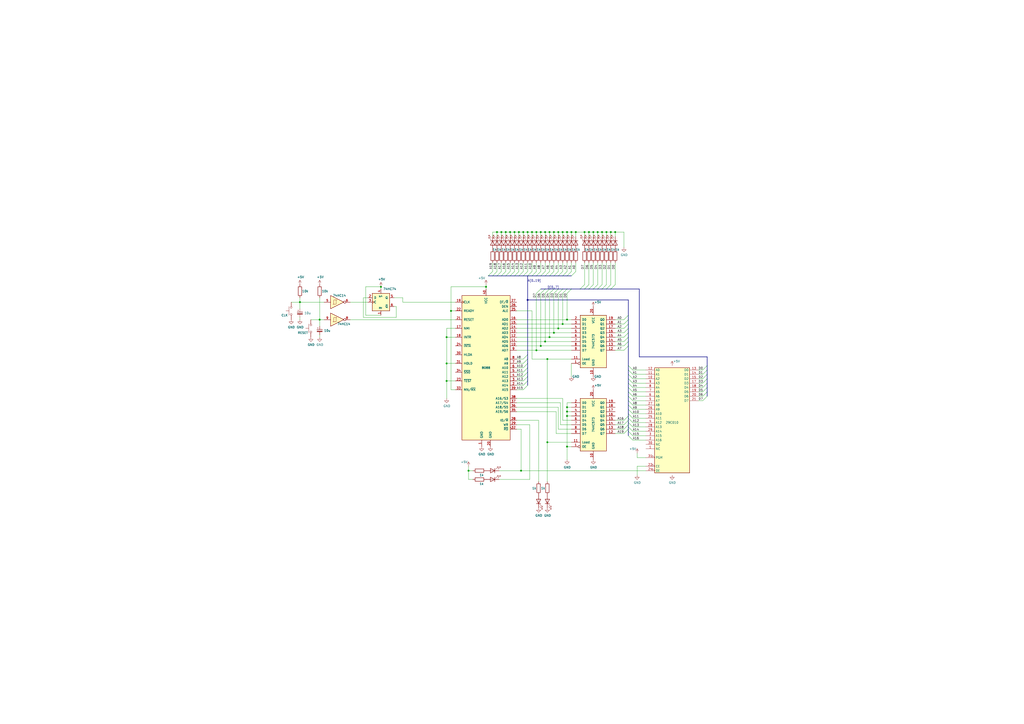
<source format=kicad_sch>
(kicad_sch (version 20211123) (generator eeschema)
  (paper "A2")
  (lib_symbols
    (symbol "74xx:74HC14" (pin_names (offset 1.016))
      (property "Reference" "U" (at 0 1.27 0))
      (property "Value" "74HC14" (at 0 -1.27 0))
      (symbol "74HC14_1_0"
        (pin input line (at -7.62 0 0) (length 3.81) (name "~") (number "1"))
        (pin output inverted (at 7.62 0 180) (length 3.81) (name "~") (number "2"))
      )
      (symbol "74HC14_2_0"
        (pin input line (at -7.62 0 0) (length 3.81) (name "~") (number "3"))
        (pin output inverted (at 7.62 0 180) (length 3.81) (name "~") (number "4"))
      )
      (symbol "74HC14_3_0"
        (pin input line (at -7.62 0 0) (length 3.81) (name "~") (number "5"))
        (pin output inverted (at 7.62 0 180) (length 3.81) (name "~") (number "6"))
      )
      (symbol "74HC14_4_0"
        (pin output inverted (at 7.62 0 180) (length 3.81) (name "~") (number "8"))
        (pin input line (at -7.62 0 0) (length 3.81) (name "~") (number "9"))
      )
      (symbol "74HC14_5_0"
        (pin output inverted (at 7.62 0 180) (length 3.81) (name "~") (number "10"))
        (pin input line (at -7.62 0 0) (length 3.81) (name "~") (number "11"))
      )
      (symbol "74HC14_6_0"
        (pin output inverted (at 7.62 0 180) (length 3.81) (name "~") (number "12"))
        (pin input line (at -7.62 0 0) (length 3.81) (name "~") (number "13"))
      )
      (symbol "74HC14_7_0"
        (pin power_in line (at 0 12.7 270) (length 5.08) (name "VCC") (number "14"))
        (pin power_in line (at 0 -12.7 90) (length 5.08) (name "GND") (number "7"))
      )
    )
    (symbol "74xx:74HC74" (pin_names (offset 1.016))
      (property "Reference" "U" (at -7.62 8.89 0))
      (property "Value" "74HC74" (at -7.62 -8.89 0))
      (symbol "74HC74_1_0"
        (pin input line (at 0 -7.62 90) (length 2.54) (name "~{R}") (number "1"))
        (pin input line (at -7.62 2.54 0) (length 2.54) (name "D") (number "2"))
        (pin input clock (at -7.62 0 0) (length 2.54) (name "C") (number "3"))
        (pin input line (at 0 7.62 270) (length 2.54) (name "~{S}") (number "4"))
        (pin output line (at 7.62 2.54 180) (length 2.54) (name "Q") (number "5"))
        (pin output line (at 7.62 -2.54 180) (length 2.54) (name "~{Q}") (number "6"))
      )
      (symbol "74HC74_2_0"
        (pin input line (at 0 7.62 270) (length 2.54) (name "~{S}") (number "10"))
        (pin input clock (at -7.62 0 0) (length 2.54) (name "C") (number "11"))
        (pin input line (at -7.62 2.54 0) (length 2.54) (name "D") (number "12"))
        (pin input line (at 0 -7.62 90) (length 2.54) (name "~{R}") (number "13"))
        (pin output line (at 7.62 -2.54 180) (length 2.54) (name "~{Q}") (number "8"))
        (pin output line (at 7.62 2.54 180) (length 2.54) (name "Q") (number "9"))
      )
      (symbol "74HC74_3_0"
        (pin power_in line (at 0 10.16 270) (length 2.54) (name "VCC") (number "14"))
        (pin power_in line (at 0 -10.16 90) (length 2.54) (name "GND") (number "7"))
      )
    )
    (symbol "74xx:74LS573" (pin_names (offset 1.016))
      (property "Reference" "U" (at -7.62 16.51 0))
      (property "Value" "74LS573" (at -7.62 -16.51 0))
      (symbol "74LS573_1_0"
        (pin input inverted (at -12.7 -12.7 0) (length 5.08) (name "OE") (number "1"))
        (pin power_in line (at 0 -20.32 90) (length 5.08) (name "GND") (number "10"))
        (pin input line (at -12.7 -10.16 0) (length 5.08) (name "Load") (number "11"))
        (pin tri_state line (at 12.7 -5.08 180) (length 5.08) (name "Q7") (number "12"))
        (pin tri_state line (at 12.7 -2.54 180) (length 5.08) (name "Q6") (number "13"))
        (pin tri_state line (at 12.7 0 180) (length 5.08) (name "Q5") (number "14"))
        (pin tri_state line (at 12.7 2.54 180) (length 5.08) (name "Q4") (number "15"))
        (pin tri_state line (at 12.7 5.08 180) (length 5.08) (name "Q3") (number "16"))
        (pin tri_state line (at 12.7 7.62 180) (length 5.08) (name "Q2") (number "17"))
        (pin tri_state line (at 12.7 10.16 180) (length 5.08) (name "Q1") (number "18"))
        (pin tri_state line (at 12.7 12.7 180) (length 5.08) (name "Q0") (number "19"))
        (pin input line (at -12.7 12.7 0) (length 5.08) (name "D0") (number "2"))
        (pin power_in line (at 0 20.32 270) (length 5.08) (name "VCC") (number "20"))
        (pin input line (at -12.7 10.16 0) (length 5.08) (name "D1") (number "3"))
        (pin input line (at -12.7 7.62 0) (length 5.08) (name "D2") (number "4"))
        (pin input line (at -12.7 5.08 0) (length 5.08) (name "D3") (number "5"))
        (pin input line (at -12.7 2.54 0) (length 5.08) (name "D4") (number "6"))
        (pin input line (at -12.7 0 0) (length 5.08) (name "D5") (number "7"))
        (pin input line (at -12.7 -2.54 0) (length 5.08) (name "D6") (number "8"))
        (pin input line (at -12.7 -5.08 0) (length 5.08) (name "D7") (number "9"))
      )
    )
    (symbol "Device:C_Polarized_Small" (pin_numbers hide) (pin_names (offset 0.254) hide)
      (property "Reference" "C" (at 0.254 1.778 0))
      (property "Value" "C_Polarized_Small" (at 0.254 -2.032 0))
      (symbol "C_Polarized_Small_1_1"
        (pin passive line (at 0 2.54 270) (length 1.8542) (name "~") (number "1"))
        (pin passive line (at 0 -2.54 90) (length 1.8542) (name "~") (number "2"))
      )
    )
    (symbol "Device:LED" (pin_numbers hide) (pin_names (offset 1.016) hide)
      (property "Reference" "D" (at 0 2.54 0))
      (property "Value" "LED" (at 0 -2.54 0))
      (symbol "LED_1_1"
        (pin passive line (at -3.81 0 0) (length 2.54) (name "K") (number "1"))
        (pin passive line (at 3.81 0 180) (length 2.54) (name "A") (number "2"))
      )
    )
    (symbol "Device:R" (pin_numbers hide) (pin_names (offset 0))
      (property "Reference" "R" (at 2.032 0 90))
      (property "Value" "R" (at 0 0 90))
      (symbol "R_1_1"
        (pin passive line (at 0 3.81 270) (length 1.27) (name "~") (number "1"))
        (pin passive line (at 0 -3.81 90) (length 1.27) (name "~") (number "2"))
      )
    )
    (symbol "MCU_Intel:8088_Min_Mode" (pin_names (offset 1.016))
      (property "Reference" "U" (at -12.7 43.18 0))
      (property "Value" "8088_Min_Mode" (at 10.16 43.18 0))
      (symbol "8088_Min_Mode_1_1"
        (pin power_in line (at -2.54 -45.72 90) (length 3.81) (name "GND") (number "1"))
        (pin bidirectional line (at 17.78 12.7 180) (length 3.81) (name "AD6") (number "10"))
        (pin bidirectional line (at 17.78 15.24 180) (length 3.81) (name "AD5") (number "11"))
        (pin bidirectional line (at 17.78 17.78 180) (length 3.81) (name "AD4") (number "12"))
        (pin bidirectional line (at 17.78 20.32 180) (length 3.81) (name "AD3") (number "13"))
        (pin bidirectional line (at 17.78 22.86 180) (length 3.81) (name "AD2") (number "14"))
        (pin bidirectional line (at 17.78 25.4 180) (length 3.81) (name "AD1") (number "15"))
        (pin bidirectional line (at 17.78 27.94 180) (length 3.81) (name "AD0") (number "16"))
        (pin input line (at -17.78 22.86 0) (length 3.81) (name "NMI") (number "17"))
        (pin input line (at -17.78 17.78 0) (length 3.81) (name "INTR") (number "18"))
        (pin input clock (at -17.78 38.1 0) (length 3.81) (name "CLK") (number "19"))
        (pin output line (at 17.78 -10.16 180) (length 3.81) (name "A14") (number "2"))
        (pin power_in line (at 2.54 -45.72 90) (length 3.81) (name "GND") (number "20"))
        (pin input line (at -17.78 27.94 0) (length 3.81) (name "RESET") (number "21"))
        (pin input line (at -17.78 33.02 0) (length 3.81) (name "READY") (number "22"))
        (pin input line (at -17.78 -7.62 0) (length 3.81) (name "~{TEST}") (number "23"))
        (pin output line (at -17.78 12.7 0) (length 3.81) (name "~{INTA}") (number "24"))
        (pin output line (at 17.78 33.02 180) (length 3.81) (name "ALE") (number "25"))
        (pin output line (at 17.78 35.56 180) (length 3.81) (name "DEN") (number "26"))
        (pin output line (at 17.78 38.1 180) (length 3.81) (name "DT/~{R}") (number "27"))
        (pin output line (at 17.78 -30.48 180) (length 3.81) (name "IO/~{M}") (number "28"))
        (pin output line (at 17.78 -33.02 180) (length 3.81) (name "WR") (number "29"))
        (pin output line (at 17.78 -7.62 180) (length 3.81) (name "A13") (number "3"))
        (pin output line (at -17.78 7.62 0) (length 3.81) (name "HLDA") (number "30"))
        (pin input line (at -17.78 2.54 0) (length 3.81) (name "HOLD") (number "31"))
        (pin output output_low (at 17.78 -35.56 180) (length 3.81) (name "~{RD}") (number "32"))
        (pin input line (at -17.78 -12.7 0) (length 3.81) (name "MN/~{MX}") (number "33"))
        (pin output line (at -17.78 -2.54 0) (length 3.81) (name "~{SSO}") (number "34"))
        (pin output line (at 17.78 -25.4 180) (length 3.81) (name "A19/S6") (number "35"))
        (pin output line (at 17.78 -22.86 180) (length 3.81) (name "A18/S5") (number "36"))
        (pin output line (at 17.78 -20.32 180) (length 3.81) (name "A17/S4") (number "37"))
        (pin output line (at 17.78 -17.78 180) (length 3.81) (name "A16/S3") (number "38"))
        (pin output line (at 17.78 -12.7 180) (length 3.81) (name "A15") (number "39"))
        (pin output line (at 17.78 -5.08 180) (length 3.81) (name "A12") (number "4"))
        (pin power_in line (at 0 45.72 270) (length 3.81) (name "VCC") (number "40"))
        (pin output line (at 17.78 -2.54 180) (length 3.81) (name "A11") (number "5"))
        (pin output line (at 17.78 0 180) (length 3.81) (name "A10") (number "6"))
        (pin output line (at 17.78 2.54 180) (length 3.81) (name "A9") (number "7"))
        (pin output line (at 17.78 5.08 180) (length 3.81) (name "A8") (number "8"))
        (pin bidirectional line (at 17.78 10.16 180) (length 3.81) (name "AD7") (number "9"))
      )
    )
    (symbol "Memory_Flash:SST39SF010"
      (property "Reference" "U" (at 2.54 33.02 0))
      (property "Value" "SST39SF010" (at 0 -30.48 0))
      (symbol "SST39SF010_0_0"
        (pin power_in line (at 0 -30.48 90) (length 1.27) hide (name "GND") (number "16"))
        (pin power_in line (at 0 33.02 270) (length 1.27) hide (name "VCC") (number "32"))
      )
      (symbol "SST39SF010_1_1"
        (pin input line (at -15.24 -15.24 0) (length 5.08) (name "NC") (number "1"))
        (pin input line (at -15.24 25.4 0) (length 5.08) (name "A2") (number "10"))
        (pin input line (at -15.24 27.94 0) (length 5.08) (name "A1") (number "11"))
        (pin input line (at -15.24 30.48 0) (length 5.08) (name "A0") (number "12"))
        (pin tri_state line (at 15.24 30.48 180) (length 5.08) (name "D0") (number "13"))
        (pin tri_state line (at 15.24 27.94 180) (length 5.08) (name "D1") (number "14"))
        (pin tri_state line (at 15.24 25.4 180) (length 5.08) (name "D2") (number "15"))
        (pin tri_state line (at 15.24 22.86 180) (length 5.08) (name "D3") (number "17"))
        (pin tri_state line (at 15.24 20.32 180) (length 5.08) (name "D4") (number "18"))
        (pin tri_state line (at 15.24 17.78 180) (length 5.08) (name "D5") (number "19"))
        (pin input line (at -15.24 -10.16 0) (length 5.08) (name "A16") (number "2"))
        (pin tri_state line (at 15.24 15.24 180) (length 5.08) (name "D6") (number "20"))
        (pin tri_state line (at 15.24 12.7 180) (length 5.08) (name "D7") (number "21"))
        (pin input input_low (at -15.24 -25.4 0) (length 5.08) (name "CE") (number "22"))
        (pin input line (at -15.24 5.08 0) (length 5.08) (name "A10") (number "23"))
        (pin input input_low (at -15.24 -27.94 0) (length 5.08) (name "OE") (number "24"))
        (pin input line (at -15.24 2.54 0) (length 5.08) (name "A11") (number "25"))
        (pin input line (at -15.24 7.62 0) (length 5.08) (name "A9") (number "26"))
        (pin input line (at -15.24 10.16 0) (length 5.08) (name "A8") (number "27"))
        (pin input line (at -15.24 -2.54 0) (length 5.08) (name "A13") (number "28"))
        (pin input line (at -15.24 -5.08 0) (length 5.08) (name "A14") (number "29"))
        (pin input line (at -15.24 -7.62 0) (length 5.08) (name "A15") (number "3"))
        (pin input line (at -15.24 -12.7 0) (length 5.08) (name "NC") (number "30"))
        (pin input input_low (at -15.24 -20.32 0) (length 5.08) (name "PGM") (number "31") (alternate "" input line))
        (pin input line (at -15.24 0 0) (length 5.08) (name "A12") (number "4"))
        (pin input line (at -15.24 12.7 0) (length 5.08) (name "A7") (number "5"))
        (pin input line (at -15.24 15.24 0) (length 5.08) (name "A6") (number "6"))
        (pin input line (at -15.24 17.78 0) (length 5.08) (name "A5") (number "7"))
        (pin input line (at -15.24 20.32 0) (length 5.08) (name "A4") (number "8"))
        (pin input line (at -15.24 22.86 0) (length 5.08) (name "A3") (number "9"))
      )
    )
    (symbol "Switch:SW_Push" (pin_numbers hide) (pin_names (offset 1.016) hide)
      (property "Reference" "SW" (at 1.27 2.54 0))
      (property "Value" "SW_Push" (at 0 -1.524 0))
      (symbol "SW_Push_0_1"
        (pin passive line (at -5.08 0 0) (length 2.54) (name "1") (number "1"))
        (pin passive line (at 5.08 0 180) (length 2.54) (name "2") (number "2"))
      )
    )
    (symbol "power:+5V" (power) (pin_names (offset 0))
      (property "Value" "+5V" (at 0 3.556 0))
      (symbol "+5V_1_1"
        (pin power_in line (at 0 0 90) (length 0) hide (name "+5V") (number "1"))
      )
    )
    (symbol "power:GND" (power) (pin_names (offset 0))
      (property "Value" "GND" (at 0 -3.81 0))
      (symbol "GND_1_1"
        (pin power_in line (at 0 0 270) (length 0) hide (name "GND") (number "1"))
      )
    )
  )
  (junction (at 261.62 180.34))
  (junction (at 334.01 134.62))
  (junction (at 344.17 134.62))
  (junction (at 298.45 134.62))
  (junction (at 321.31 193.04))
  (junction (at 326.39 187.96))
  (junction (at 259.08 210.82))
  (junction (at 328.93 241.3))
  (junction (at 346.71 134.62))
  (junction (at 288.29 134.62))
  (junction (at 349.25 134.62))
  (junction (at 328.93 134.62))
  (junction (at 326.39 134.62))
  (junction (at 306.07 134.62))
  (junction (at 328.93 238.76))
  (junction (at 341.63 134.62))
  (junction (at 311.15 134.62))
  (junction (at 259.08 220.98))
  (junction (at 306.07 173.99))
  (junction (at 300.99 134.62))
  (junction (at 317.5 256.54))
  (junction (at 259.08 195.58))
  (junction (at 303.53 134.62))
  (junction (at 290.83 134.62))
  (junction (at 308.61 134.62))
  (junction (at 271.78 273.05))
  (junction (at 323.85 190.5))
  (junction (at 281.94 166.37))
  (junction (at 311.15 203.2))
  (junction (at 302.26 273.05))
  (junction (at 321.31 134.62))
  (junction (at 351.79 134.62))
  (junction (at 316.23 198.12))
  (junction (at 318.77 134.62))
  (junction (at 328.93 236.22))
  (junction (at 295.91 134.62))
  (junction (at 318.77 195.58))
  (junction (at 316.23 134.62))
  (junction (at 328.93 185.42))
  (junction (at 185.42 185.42))
  (junction (at 317.5 208.28))
  (junction (at 293.37 134.62))
  (junction (at 331.47 134.62))
  (junction (at 313.69 200.66))
  (junction (at 328.93 259.08))
  (junction (at 356.87 134.62))
  (junction (at 313.69 134.62))
  (junction (at 220.98 166.37))
  (junction (at 354.33 134.62))
  (junction (at 173.99 175.26))
  (junction (at 339.09 134.62))
  (junction (at 323.85 134.62))
  (bus_entry (at 349.25 167.64) (size 2.54 -2.54))
  (bus_entry (at 346.71 167.64) (size 2.54 -2.54))
  (bus_entry (at 364.49 240.03) (size 2.54 2.54))
  (bus_entry (at 303.53 220.98) (size 2.54 -2.54))
  (bus_entry (at 339.09 167.64) (size 2.54 -2.54))
  (bus_entry (at 303.53 215.9) (size 2.54 -2.54))
  (bus_entry (at 361.95 193.04) (size 2.54 -2.54))
  (bus_entry (at 303.53 208.28) (size 2.54 -2.54))
  (bus_entry (at 285.75 160.02) (size 2.54 -2.54))
  (bus_entry (at 313.69 170.18) (size 2.54 -2.54))
  (bus_entry (at 331.47 160.02) (size 2.54 -2.54))
  (bus_entry (at 364.49 232.41) (size 2.54 2.54))
  (bus_entry (at 351.79 167.64) (size 2.54 -2.54))
  (bus_entry (at 407.67 217.17) (size 2.54 -2.54))
  (bus_entry (at 364.49 247.65) (size 2.54 2.54))
  (bus_entry (at 295.91 160.02) (size 2.54 -2.54))
  (bus_entry (at 303.53 160.02) (size 2.54 -2.54))
  (bus_entry (at 407.67 222.25) (size 2.54 -2.54))
  (bus_entry (at 364.49 212.09) (size 2.54 2.54))
  (bus_entry (at 311.15 160.02) (size 2.54 -2.54))
  (bus_entry (at 336.55 167.64) (size 2.54 -2.54))
  (bus_entry (at 364.49 214.63) (size 2.54 2.54))
  (bus_entry (at 313.69 160.02) (size 2.54 -2.54))
  (bus_entry (at 328.93 160.02) (size 2.54 -2.54))
  (bus_entry (at 303.53 210.82) (size 2.54 -2.54))
  (bus_entry (at 407.67 229.87) (size 2.54 -2.54))
  (bus_entry (at 364.49 237.49) (size 2.54 2.54))
  (bus_entry (at 364.49 242.57) (size 2.54 2.54))
  (bus_entry (at 303.53 226.06) (size 2.54 -2.54))
  (bus_entry (at 321.31 160.02) (size 2.54 -2.54))
  (bus_entry (at 361.95 203.2) (size 2.54 -2.54))
  (bus_entry (at 361.95 243.84) (size 2.54 -2.54))
  (bus_entry (at 361.95 187.96) (size 2.54 -2.54))
  (bus_entry (at 316.23 170.18) (size 2.54 -2.54))
  (bus_entry (at 308.61 160.02) (size 2.54 -2.54))
  (bus_entry (at 293.37 160.02) (size 2.54 -2.54))
  (bus_entry (at 361.95 195.58) (size 2.54 -2.54))
  (bus_entry (at 318.77 160.02) (size 2.54 -2.54))
  (bus_entry (at 321.31 170.18) (size 2.54 -2.54))
  (bus_entry (at 303.53 223.52) (size 2.54 -2.54))
  (bus_entry (at 364.49 222.25) (size 2.54 2.54))
  (bus_entry (at 361.95 251.46) (size 2.54 -2.54))
  (bus_entry (at 288.29 160.02) (size 2.54 -2.54))
  (bus_entry (at 361.95 248.92) (size 2.54 -2.54))
  (bus_entry (at 303.53 218.44) (size 2.54 -2.54))
  (bus_entry (at 364.49 234.95) (size 2.54 2.54))
  (bus_entry (at 361.95 198.12) (size 2.54 -2.54))
  (bus_entry (at 290.83 160.02) (size 2.54 -2.54))
  (bus_entry (at 316.23 160.02) (size 2.54 -2.54))
  (bus_entry (at 283.21 160.02) (size 2.54 -2.54))
  (bus_entry (at 318.77 170.18) (size 2.54 -2.54))
  (bus_entry (at 354.33 167.64) (size 2.54 -2.54))
  (bus_entry (at 364.49 252.73) (size 2.54 2.54))
  (bus_entry (at 328.93 170.18) (size 2.54 -2.54))
  (bus_entry (at 344.17 167.64) (size 2.54 -2.54))
  (bus_entry (at 364.49 219.71) (size 2.54 2.54))
  (bus_entry (at 364.49 250.19) (size 2.54 2.54))
  (bus_entry (at 407.67 224.79) (size 2.54 -2.54))
  (bus_entry (at 407.67 219.71) (size 2.54 -2.54))
  (bus_entry (at 323.85 170.18) (size 2.54 -2.54))
  (bus_entry (at 323.85 160.02) (size 2.54 -2.54))
  (bus_entry (at 341.63 167.64) (size 2.54 -2.54))
  (bus_entry (at 306.07 160.02) (size 2.54 -2.54))
  (bus_entry (at 303.53 213.36) (size 2.54 -2.54))
  (bus_entry (at 298.45 160.02) (size 2.54 -2.54))
  (bus_entry (at 326.39 160.02) (size 2.54 -2.54))
  (bus_entry (at 364.49 245.11) (size 2.54 2.54))
  (bus_entry (at 407.67 214.63) (size 2.54 -2.54))
  (bus_entry (at 407.67 232.41) (size 2.54 -2.54))
  (bus_entry (at 361.95 246.38) (size 2.54 -2.54))
  (bus_entry (at 407.67 227.33) (size 2.54 -2.54))
  (bus_entry (at 311.15 170.18) (size 2.54 -2.54))
  (bus_entry (at 364.49 217.17) (size 2.54 2.54))
  (bus_entry (at 361.95 200.66) (size 2.54 -2.54))
  (bus_entry (at 364.49 224.79) (size 2.54 2.54))
  (bus_entry (at 300.99 160.02) (size 2.54 -2.54))
  (bus_entry (at 361.95 190.5) (size 2.54 -2.54))
  (bus_entry (at 326.39 170.18) (size 2.54 -2.54))
  (bus_entry (at 361.95 185.42) (size 2.54 -2.54))
  (bus_entry (at 364.49 229.87) (size 2.54 2.54))
  (bus_entry (at 364.49 227.33) (size 2.54 2.54))
  (wire (pts (xy 367.03 214.63) (xy 374.65 214.63)))
  (wire (pts (xy 356.87 198.12) (xy 361.95 198.12)))
  (wire (pts (xy 313.69 157.48) (xy 313.69 152.4)))
  (wire (pts (xy 405.13 217.17) (xy 407.67 217.17)))
  (wire (pts (xy 313.69 137.16) (xy 313.69 134.62)))
  (bus (pts (xy 364.49 193.04) (xy 364.49 195.58)))
  (wire (pts (xy 328.93 170.18) (xy 328.93 185.42)))
  (wire (pts (xy 323.85 134.62) (xy 326.39 134.62)))
  (bus (pts (xy 326.39 167.64) (xy 328.93 167.64)))
  (bus (pts (xy 410.21 212.09) (xy 410.21 214.63)))
  (wire (pts (xy 318.77 152.4) (xy 318.77 157.48)))
  (wire (pts (xy 367.03 234.95) (xy 374.65 234.95)))
  (wire (pts (xy 326.39 187.96) (xy 331.47 187.96)))
  (wire (pts (xy 299.72 246.38) (xy 307.34 246.38)))
  (wire (pts (xy 264.16 220.98) (xy 259.08 220.98)))
  (wire (pts (xy 331.47 198.12) (xy 316.23 198.12)))
  (wire (pts (xy 288.29 134.62) (xy 290.83 134.62)))
  (wire (pts (xy 311.15 137.16) (xy 311.15 134.62)))
  (bus (pts (xy 364.49 243.84) (xy 364.49 245.11)))
  (bus (pts (xy 285.75 160.02) (xy 288.29 160.02)))
  (wire (pts (xy 271.78 273.05) (xy 274.32 273.05)))
  (bus (pts (xy 288.29 160.02) (xy 290.83 160.02)))
  (wire (pts (xy 185.42 194.31) (xy 185.42 195.58)))
  (wire (pts (xy 317.5 208.28) (xy 331.47 208.28)))
  (bus (pts (xy 313.69 160.02) (xy 316.23 160.02)))
  (wire (pts (xy 405.13 232.41) (xy 407.67 232.41)))
  (wire (pts (xy 233.68 172.72) (xy 228.6 172.72)))
  (wire (pts (xy 361.95 190.5) (xy 356.87 190.5)))
  (wire (pts (xy 187.96 175.26) (xy 173.99 175.26)))
  (wire (pts (xy 317.5 256.54) (xy 331.47 256.54)))
  (wire (pts (xy 281.94 166.37) (xy 281.94 167.64)))
  (bus (pts (xy 313.69 167.64) (xy 316.23 167.64)))
  (wire (pts (xy 323.85 137.16) (xy 323.85 134.62)))
  (bus (pts (xy 283.21 160.02) (xy 285.75 160.02)))
  (wire (pts (xy 203.2 175.26) (xy 213.36 175.26)))
  (bus (pts (xy 364.49 190.5) (xy 364.49 193.04)))
  (wire (pts (xy 317.5 256.54) (xy 317.5 279.4)))
  (wire (pts (xy 367.03 224.79) (xy 374.65 224.79)))
  (wire (pts (xy 173.99 184.15) (xy 173.99 185.42)))
  (wire (pts (xy 321.31 193.04) (xy 331.47 193.04)))
  (wire (pts (xy 331.47 233.68) (xy 328.93 233.68)))
  (wire (pts (xy 316.23 157.48) (xy 316.23 152.4)))
  (bus (pts (xy 298.45 160.02) (xy 300.99 160.02)))
  (wire (pts (xy 354.33 134.62) (xy 356.87 134.62)))
  (wire (pts (xy 323.85 236.22) (xy 323.85 248.92)))
  (wire (pts (xy 356.87 187.96) (xy 361.95 187.96)))
  (wire (pts (xy 210.82 184.15) (xy 229.87 184.15)))
  (wire (pts (xy 316.23 198.12) (xy 299.72 198.12)))
  (bus (pts (xy 364.49 217.17) (xy 364.49 219.71)))
  (bus (pts (xy 410.21 219.71) (xy 410.21 222.25)))
  (wire (pts (xy 285.75 157.48) (xy 285.75 152.4)))
  (wire (pts (xy 318.77 137.16) (xy 318.77 134.62)))
  (bus (pts (xy 344.17 167.64) (xy 346.71 167.64)))
  (bus (pts (xy 364.49 224.79) (xy 364.49 227.33)))
  (wire (pts (xy 303.53 210.82) (xy 299.72 210.82)))
  (wire (pts (xy 361.95 185.42) (xy 356.87 185.42)))
  (wire (pts (xy 212.09 166.37) (xy 220.98 166.37)))
  (wire (pts (xy 328.93 238.76) (xy 331.47 238.76)))
  (wire (pts (xy 299.72 248.92) (xy 302.26 248.92)))
  (bus (pts (xy 316.23 160.02) (xy 318.77 160.02)))
  (wire (pts (xy 339.09 134.62) (xy 334.01 134.62)))
  (bus (pts (xy 303.53 160.02) (xy 306.07 160.02)))
  (bus (pts (xy 328.93 167.64) (xy 331.47 167.64)))
  (bus (pts (xy 410.21 217.17) (xy 410.21 219.71)))
  (wire (pts (xy 356.87 165.1) (xy 356.87 152.4)))
  (bus (pts (xy 364.49 195.58) (xy 364.49 198.12)))
  (wire (pts (xy 173.99 175.26) (xy 173.99 179.07)))
  (wire (pts (xy 271.78 278.13) (xy 274.32 278.13)))
  (wire (pts (xy 339.09 134.62) (xy 341.63 134.62)))
  (bus (pts (xy 326.39 160.02) (xy 328.93 160.02)))
  (wire (pts (xy 341.63 152.4) (xy 341.63 165.1)))
  (bus (pts (xy 306.07 173.99) (xy 364.49 173.99)))
  (wire (pts (xy 331.47 185.42) (xy 328.93 185.42)))
  (wire (pts (xy 285.75 134.62) (xy 288.29 134.62)))
  (wire (pts (xy 308.61 180.34) (xy 308.61 208.28)))
  (wire (pts (xy 187.96 185.42) (xy 185.42 185.42)))
  (bus (pts (xy 364.49 250.19) (xy 364.49 252.73)))
  (wire (pts (xy 344.17 137.16) (xy 344.17 134.62)))
  (wire (pts (xy 367.03 252.73) (xy 374.65 252.73)))
  (wire (pts (xy 288.29 152.4) (xy 288.29 157.48)))
  (wire (pts (xy 356.87 203.2) (xy 361.95 203.2)))
  (wire (pts (xy 356.87 193.04) (xy 361.95 193.04)))
  (bus (pts (xy 336.55 167.64) (xy 339.09 167.64)))
  (bus (pts (xy 290.83 160.02) (xy 293.37 160.02)))
  (bus (pts (xy 306.07 205.74) (xy 306.07 208.28)))
  (bus (pts (xy 364.49 241.3) (xy 364.49 242.57)))
  (bus (pts (xy 339.09 167.64) (xy 341.63 167.64)))
  (wire (pts (xy 351.79 152.4) (xy 351.79 165.1)))
  (wire (pts (xy 326.39 170.18) (xy 326.39 187.96)))
  (wire (pts (xy 349.25 152.4) (xy 349.25 165.1)))
  (wire (pts (xy 367.03 219.71) (xy 374.65 219.71)))
  (wire (pts (xy 321.31 134.62) (xy 323.85 134.62)))
  (wire (pts (xy 303.53 157.48) (xy 303.53 152.4)))
  (wire (pts (xy 328.93 236.22) (xy 331.47 236.22)))
  (bus (pts (xy 364.49 234.95) (xy 364.49 237.49)))
  (bus (pts (xy 306.07 215.9) (xy 306.07 218.44)))
  (bus (pts (xy 293.37 160.02) (xy 295.91 160.02)))
  (wire (pts (xy 281.94 165.1) (xy 281.94 166.37)))
  (wire (pts (xy 326.39 231.14) (xy 326.39 243.84)))
  (wire (pts (xy 299.72 203.2) (xy 311.15 203.2)))
  (bus (pts (xy 311.15 160.02) (xy 313.69 160.02)))
  (wire (pts (xy 318.77 170.18) (xy 318.77 195.58)))
  (bus (pts (xy 351.79 167.64) (xy 354.33 167.64)))
  (bus (pts (xy 321.31 167.64) (xy 323.85 167.64)))
  (wire (pts (xy 261.62 226.06) (xy 261.62 180.34)))
  (bus (pts (xy 364.49 200.66) (xy 364.49 212.09)))
  (bus (pts (xy 370.84 167.64) (xy 370.84 207.01)))
  (wire (pts (xy 322.58 251.46) (xy 331.47 251.46)))
  (wire (pts (xy 271.78 273.05) (xy 271.78 278.13)))
  (wire (pts (xy 405.13 222.25) (xy 407.67 222.25)))
  (wire (pts (xy 271.78 270.51) (xy 271.78 273.05)))
  (wire (pts (xy 220.98 182.88) (xy 212.09 182.88)))
  (wire (pts (xy 369.57 262.89) (xy 369.57 265.43)))
  (wire (pts (xy 185.42 172.72) (xy 185.42 185.42)))
  (wire (pts (xy 351.79 137.16) (xy 351.79 134.62)))
  (wire (pts (xy 212.09 182.88) (xy 212.09 166.37)))
  (wire (pts (xy 293.37 134.62) (xy 295.91 134.62)))
  (bus (pts (xy 410.21 227.33) (xy 410.21 229.87)))
  (wire (pts (xy 299.72 218.44) (xy 303.53 218.44)))
  (wire (pts (xy 261.62 166.37) (xy 261.62 180.34)))
  (wire (pts (xy 356.87 248.92) (xy 361.95 248.92)))
  (bus (pts (xy 410.21 224.79) (xy 410.21 227.33)))
  (bus (pts (xy 323.85 160.02) (xy 326.39 160.02)))
  (bus (pts (xy 331.47 167.64) (xy 336.55 167.64)))
  (wire (pts (xy 334.01 157.48) (xy 334.01 152.4)))
  (wire (pts (xy 334.01 137.16) (xy 334.01 134.62)))
  (wire (pts (xy 299.72 200.66) (xy 313.69 200.66)))
  (bus (pts (xy 364.49 182.88) (xy 364.49 185.42)))
  (wire (pts (xy 220.98 166.37) (xy 220.98 167.64)))
  (wire (pts (xy 293.37 137.16) (xy 293.37 134.62)))
  (wire (pts (xy 328.93 241.3) (xy 328.93 259.08)))
  (wire (pts (xy 264.16 175.26) (xy 233.68 175.26)))
  (wire (pts (xy 367.03 237.49) (xy 374.65 237.49)))
  (wire (pts (xy 328.93 238.76) (xy 328.93 241.3)))
  (wire (pts (xy 349.25 137.16) (xy 349.25 134.62)))
  (wire (pts (xy 361.95 200.66) (xy 356.87 200.66)))
  (wire (pts (xy 295.91 137.16) (xy 295.91 134.62)))
  (wire (pts (xy 303.53 215.9) (xy 299.72 215.9)))
  (wire (pts (xy 349.25 134.62) (xy 351.79 134.62)))
  (wire (pts (xy 312.42 243.84) (xy 312.42 279.4)))
  (wire (pts (xy 316.23 170.18) (xy 316.23 198.12)))
  (wire (pts (xy 326.39 243.84) (xy 331.47 243.84)))
  (wire (pts (xy 325.12 246.38) (xy 331.47 246.38)))
  (bus (pts (xy 364.49 246.38) (xy 364.49 247.65)))
  (wire (pts (xy 259.08 195.58) (xy 259.08 210.82)))
  (wire (pts (xy 326.39 137.16) (xy 326.39 134.62)))
  (bus (pts (xy 364.49 248.92) (xy 364.49 250.19)))
  (wire (pts (xy 295.91 134.62) (xy 298.45 134.62)))
  (wire (pts (xy 331.47 210.82) (xy 331.47 218.44)))
  (wire (pts (xy 300.99 137.16) (xy 300.99 134.62)))
  (wire (pts (xy 210.82 172.72) (xy 210.82 184.15)))
  (bus (pts (xy 306.07 218.44) (xy 306.07 220.98)))
  (wire (pts (xy 313.69 134.62) (xy 316.23 134.62)))
  (wire (pts (xy 295.91 157.48) (xy 295.91 152.4)))
  (wire (pts (xy 173.99 172.72) (xy 173.99 175.26)))
  (wire (pts (xy 299.72 223.52) (xy 303.53 223.52)))
  (bus (pts (xy 306.07 210.82) (xy 306.07 213.36)))
  (wire (pts (xy 323.85 248.92) (xy 331.47 248.92)))
  (wire (pts (xy 173.99 175.26) (xy 168.91 175.26)))
  (wire (pts (xy 367.03 240.03) (xy 374.65 240.03)))
  (wire (pts (xy 308.61 157.48) (xy 308.61 152.4)))
  (wire (pts (xy 302.26 248.92) (xy 302.26 273.05)))
  (wire (pts (xy 323.85 157.48) (xy 323.85 152.4)))
  (wire (pts (xy 316.23 134.62) (xy 318.77 134.62)))
  (wire (pts (xy 210.82 172.72) (xy 213.36 172.72)))
  (wire (pts (xy 322.58 238.76) (xy 322.58 251.46)))
  (wire (pts (xy 293.37 157.48) (xy 293.37 152.4)))
  (wire (pts (xy 354.33 137.16) (xy 354.33 134.62)))
  (wire (pts (xy 313.69 200.66) (xy 331.47 200.66)))
  (wire (pts (xy 299.72 195.58) (xy 318.77 195.58)))
  (bus (pts (xy 306.07 173.99) (xy 306.07 205.74)))
  (wire (pts (xy 290.83 134.62) (xy 293.37 134.62)))
  (wire (pts (xy 299.72 187.96) (xy 326.39 187.96)))
  (wire (pts (xy 290.83 152.4) (xy 290.83 157.48)))
  (wire (pts (xy 308.61 134.62) (xy 311.15 134.62)))
  (wire (pts (xy 328.93 137.16) (xy 328.93 134.62)))
  (bus (pts (xy 306.07 160.02) (xy 306.07 173.99)))
  (wire (pts (xy 259.08 220.98) (xy 259.08 231.14)))
  (bus (pts (xy 300.99 160.02) (xy 303.53 160.02)))
  (wire (pts (xy 354.33 152.4) (xy 354.33 165.1)))
  (wire (pts (xy 288.29 137.16) (xy 288.29 134.62)))
  (wire (pts (xy 367.03 255.27) (xy 374.65 255.27)))
  (wire (pts (xy 185.42 185.42) (xy 185.42 189.23)))
  (wire (pts (xy 300.99 134.62) (xy 303.53 134.62)))
  (wire (pts (xy 229.87 177.8) (xy 228.6 177.8)))
  (wire (pts (xy 328.93 157.48) (xy 328.93 152.4)))
  (wire (pts (xy 367.03 229.87) (xy 374.65 229.87)))
  (bus (pts (xy 308.61 160.02) (xy 311.15 160.02)))
  (wire (pts (xy 299.72 236.22) (xy 323.85 236.22)))
  (wire (pts (xy 311.15 152.4) (xy 311.15 157.48)))
  (wire (pts (xy 367.03 250.19) (xy 374.65 250.19)))
  (wire (pts (xy 303.53 226.06) (xy 299.72 226.06)))
  (bus (pts (xy 321.31 160.02) (xy 323.85 160.02)))
  (wire (pts (xy 264.16 226.06) (xy 261.62 226.06)))
  (wire (pts (xy 299.72 208.28) (xy 303.53 208.28)))
  (wire (pts (xy 321.31 152.4) (xy 321.31 157.48)))
  (wire (pts (xy 311.15 203.2) (xy 331.47 203.2)))
  (wire (pts (xy 339.09 134.62) (xy 339.09 137.16)))
  (wire (pts (xy 367.03 232.41) (xy 374.65 232.41)))
  (wire (pts (xy 316.23 137.16) (xy 316.23 134.62)))
  (wire (pts (xy 405.13 214.63) (xy 407.67 214.63)))
  (bus (pts (xy 306.07 220.98) (xy 306.07 223.52)))
  (wire (pts (xy 328.93 236.22) (xy 328.93 238.76)))
  (bus (pts (xy 370.84 207.01) (xy 410.21 207.01)))
  (wire (pts (xy 328.93 259.08) (xy 328.93 266.7)))
  (wire (pts (xy 405.13 227.33) (xy 407.67 227.33)))
  (bus (pts (xy 410.21 207.01) (xy 410.21 212.09)))
  (bus (pts (xy 349.25 167.64) (xy 351.79 167.64)))
  (bus (pts (xy 410.21 214.63) (xy 410.21 217.17)))
  (bus (pts (xy 364.49 240.03) (xy 364.49 241.3)))
  (wire (pts (xy 328.93 241.3) (xy 331.47 241.3)))
  (wire (pts (xy 264.16 210.82) (xy 259.08 210.82)))
  (bus (pts (xy 316.23 167.64) (xy 318.77 167.64)))
  (bus (pts (xy 364.49 242.57) (xy 364.49 243.84)))
  (wire (pts (xy 328.93 233.68) (xy 328.93 236.22)))
  (wire (pts (xy 317.5 208.28) (xy 317.5 256.54)))
  (wire (pts (xy 331.47 259.08) (xy 328.93 259.08)))
  (wire (pts (xy 264.16 195.58) (xy 259.08 195.58)))
  (wire (pts (xy 299.72 233.68) (xy 325.12 233.68)))
  (wire (pts (xy 321.31 137.16) (xy 321.31 134.62)))
  (wire (pts (xy 369.57 265.43) (xy 374.65 265.43)))
  (bus (pts (xy 318.77 160.02) (xy 321.31 160.02)))
  (wire (pts (xy 328.93 185.42) (xy 299.72 185.42)))
  (bus (pts (xy 323.85 167.64) (xy 326.39 167.64)))
  (wire (pts (xy 367.03 222.25) (xy 374.65 222.25)))
  (bus (pts (xy 364.49 173.99) (xy 364.49 182.88)))
  (bus (pts (xy 364.49 227.33) (xy 364.49 229.87)))
  (bus (pts (xy 364.49 198.12) (xy 364.49 200.66)))
  (wire (pts (xy 203.2 185.42) (xy 264.16 185.42)))
  (bus (pts (xy 364.49 245.11) (xy 364.49 246.38)))
  (wire (pts (xy 341.63 137.16) (xy 341.63 134.62)))
  (wire (pts (xy 367.03 217.17) (xy 374.65 217.17)))
  (wire (pts (xy 356.87 243.84) (xy 361.95 243.84)))
  (bus (pts (xy 364.49 247.65) (xy 364.49 248.92)))
  (wire (pts (xy 299.72 213.36) (xy 303.53 213.36)))
  (bus (pts (xy 364.49 214.63) (xy 364.49 217.17)))
  (wire (pts (xy 344.17 152.4) (xy 344.17 165.1)))
  (bus (pts (xy 364.49 187.96) (xy 364.49 190.5)))
  (bus (pts (xy 364.49 237.49) (xy 364.49 240.03)))
  (wire (pts (xy 328.93 134.62) (xy 331.47 134.62)))
  (wire (pts (xy 308.61 208.28) (xy 317.5 208.28)))
  (wire (pts (xy 351.79 134.62) (xy 354.33 134.62)))
  (wire (pts (xy 261.62 180.34) (xy 264.16 180.34)))
  (wire (pts (xy 229.87 184.15) (xy 229.87 177.8)))
  (wire (pts (xy 367.03 245.11) (xy 374.65 245.11)))
  (wire (pts (xy 405.13 224.79) (xy 407.67 224.79)))
  (wire (pts (xy 331.47 134.62) (xy 334.01 134.62)))
  (bus (pts (xy 364.49 219.71) (xy 364.49 222.25)))
  (wire (pts (xy 344.17 134.62) (xy 346.71 134.62)))
  (bus (pts (xy 306.07 208.28) (xy 306.07 210.82)))
  (wire (pts (xy 307.34 246.38) (xy 307.34 278.13)))
  (bus (pts (xy 306.07 160.02) (xy 308.61 160.02)))
  (wire (pts (xy 318.77 195.58) (xy 331.47 195.58)))
  (bus (pts (xy 364.49 222.25) (xy 364.49 224.79)))
  (wire (pts (xy 346.71 134.62) (xy 349.25 134.62)))
  (wire (pts (xy 356.87 137.16) (xy 356.87 134.62)))
  (wire (pts (xy 306.07 152.4) (xy 306.07 157.48)))
  (wire (pts (xy 308.61 137.16) (xy 308.61 134.62)))
  (wire (pts (xy 303.53 137.16) (xy 303.53 134.62)))
  (wire (pts (xy 331.47 152.4) (xy 331.47 157.48)))
  (wire (pts (xy 325.12 233.68) (xy 325.12 246.38)))
  (wire (pts (xy 321.31 170.18) (xy 321.31 193.04)))
  (wire (pts (xy 289.56 278.13) (xy 307.34 278.13)))
  (bus (pts (xy 364.49 232.41) (xy 364.49 234.95)))
  (wire (pts (xy 374.65 270.51) (xy 369.57 270.51)))
  (wire (pts (xy 318.77 134.62) (xy 321.31 134.62)))
  (wire (pts (xy 299.72 180.34) (xy 308.61 180.34)))
  (wire (pts (xy 264.16 190.5) (xy 259.08 190.5)))
  (wire (pts (xy 299.72 238.76) (xy 322.58 238.76)))
  (bus (pts (xy 354.33 167.64) (xy 370.84 167.64)))
  (bus (pts (xy 364.49 212.09) (xy 364.49 214.63)))
  (wire (pts (xy 405.13 229.87) (xy 407.67 229.87)))
  (wire (pts (xy 285.75 137.16) (xy 285.75 134.62)))
  (wire (pts (xy 323.85 170.18) (xy 323.85 190.5)))
  (wire (pts (xy 311.15 170.18) (xy 311.15 203.2)))
  (wire (pts (xy 306.07 137.16) (xy 306.07 134.62)))
  (wire (pts (xy 306.07 134.62) (xy 308.61 134.62)))
  (wire (pts (xy 367.03 227.33) (xy 374.65 227.33)))
  (wire (pts (xy 185.42 185.42) (xy 180.34 185.42)))
  (wire (pts (xy 326.39 134.62) (xy 328.93 134.62)))
  (wire (pts (xy 233.68 175.26) (xy 233.68 172.72)))
  (wire (pts (xy 259.08 190.5) (xy 259.08 195.58)))
  (bus (pts (xy 306.07 213.36) (xy 306.07 215.9)))
  (wire (pts (xy 341.63 134.62) (xy 344.17 134.62)))
  (wire (pts (xy 299.72 231.14) (xy 326.39 231.14)))
  (wire (pts (xy 361.95 251.46) (xy 356.87 251.46)))
  (wire (pts (xy 298.45 137.16) (xy 298.45 134.62)))
  (wire (pts (xy 289.56 273.05) (xy 302.26 273.05)))
  (wire (pts (xy 311.15 134.62) (xy 313.69 134.62)))
  (wire (pts (xy 323.85 190.5) (xy 299.72 190.5)))
  (wire (pts (xy 302.26 273.05) (xy 374.65 273.05)))
  (wire (pts (xy 299.72 243.84) (xy 312.42 243.84)))
  (wire (pts (xy 300.99 152.4) (xy 300.99 157.48)))
  (wire (pts (xy 346.71 137.16) (xy 346.71 134.62)))
  (wire (pts (xy 326.39 152.4) (xy 326.39 157.48)))
  (bus (pts (xy 364.49 229.87) (xy 364.49 232.41)))
  (wire (pts (xy 281.94 166.37) (xy 261.62 166.37)))
  (wire (pts (xy 303.53 220.98) (xy 299.72 220.98)))
  (wire (pts (xy 405.13 219.71) (xy 407.67 219.71)))
  (bus (pts (xy 364.49 185.42) (xy 364.49 187.96)))
  (wire (pts (xy 339.09 152.4) (xy 339.09 165.1)))
  (wire (pts (xy 367.03 242.57) (xy 374.65 242.57)))
  (wire (pts (xy 331.47 190.5) (xy 323.85 190.5)))
  (wire (pts (xy 298.45 152.4) (xy 298.45 157.48)))
  (bus (pts (xy 346.71 167.64) (xy 349.25 167.64)))
  (wire (pts (xy 367.03 247.65) (xy 374.65 247.65)))
  (wire (pts (xy 298.45 134.62) (xy 300.99 134.62)))
  (wire (pts (xy 259.08 210.82) (xy 259.08 220.98)))
  (wire (pts (xy 303.53 134.62) (xy 306.07 134.62)))
  (wire (pts (xy 369.57 270.51) (xy 369.57 275.59)))
  (bus (pts (xy 410.21 222.25) (xy 410.21 224.79)))
  (wire (pts (xy 290.83 137.16) (xy 290.83 134.62)))
  (wire (pts (xy 346.71 152.4) (xy 346.71 165.1)))
  (wire (pts (xy 299.72 193.04) (xy 321.31 193.04)))
  (bus (pts (xy 318.77 167.64) (xy 321.31 167.64)))
  (wire (pts (xy 361.95 134.62) (xy 361.95 143.51)))
  (wire (pts (xy 361.95 246.38) (xy 356.87 246.38)))
  (wire (pts (xy 356.87 134.62) (xy 361.95 134.62)))
  (bus (pts (xy 328.93 160.02) (xy 331.47 160.02)))
  (wire (pts (xy 361.95 195.58) (xy 356.87 195.58)))
  (bus (pts (xy 341.63 167.64) (xy 344.17 167.64)))
  (wire (pts (xy 331.47 137.16) (xy 331.47 134.62)))
  (wire (pts (xy 313.69 170.18) (xy 313.69 200.66)))
  (bus (pts (xy 295.91 160.02) (xy 298.45 160.02)))
  (label "D7" (at 311.15 172.72 90))
  (label "D2" (at 405.13 219.71 0))
  (label "A10" (at 308.61 156.21 90))
  (label "D5" (at 344.17 156.21 90))
  (label "A7" (at 367.03 232.41 0))
  (label "D6" (at 313.69 172.72 90))
  (label "D0" (at 405.13 214.63 0))
  (label "D6" (at 405.13 229.87 0))
  (label "A2" (at 328.93 156.21 90))
  (label "A7" (at 316.23 156.21 90))
  (label "A15" (at 367.03 252.73 0))
  (label "A2" (at 358.14 190.5 0))
  (label "D[0..7]" (at 317.5 167.64 0))
  (label "A16" (at 367.03 255.27 0))
  (label "A15" (at 299.72 226.06 0))
  (label "A9" (at 299.72 210.82 0))
  (label "A5" (at 358.14 198.12 0))
  (label "A3" (at 326.39 156.21 90))
  (label "D3" (at 349.25 156.21 90))
  (label "A10" (at 299.72 213.36 0))
  (label "D1" (at 326.39 172.72 90))
  (label "D3" (at 321.31 172.72 90))
  (label "A8" (at 313.69 156.21 90))
  (label "A1" (at 367.03 217.17 0))
  (label "A12" (at 299.72 218.44 0))
  (label "A0" (at 334.01 156.21 90))
  (label "A14" (at 298.45 156.21 90))
  (label "A8" (at 299.72 208.28 0))
  (label "A5" (at 321.31 156.21 90))
  (label "A11" (at 367.03 242.57 0))
  (label "A2" (at 367.03 219.71 0))
  (label "A13" (at 299.72 220.98 0))
  (label "A16" (at 358.14 243.84 0))
  (label "A0" (at 367.03 214.63 0))
  (label "A14" (at 299.72 223.52 0))
  (label "A3" (at 358.14 193.04 0))
  (label "A4" (at 367.03 224.79 0))
  (label "A9" (at 311.15 156.21 90))
  (label "A6" (at 367.03 229.87 0))
  (label "D7" (at 339.09 156.21 90))
  (label "A13" (at 300.99 156.21 90))
  (label "A1" (at 358.14 187.96 0))
  (label "A11" (at 306.07 156.21 90))
  (label "D1" (at 354.33 156.21 90))
  (label "D3" (at 405.13 222.25 0))
  (label "D4" (at 346.71 156.21 90))
  (label "D4" (at 318.77 172.72 90))
  (label "A15" (at 295.91 156.21 90))
  (label "D1" (at 405.13 217.17 0))
  (label "A12" (at 367.03 245.11 0))
  (label "A12" (at 303.53 156.21 90))
  (label "A0" (at 358.14 185.42 0))
  (label "A9" (at 367.03 237.49 0))
  (label "A19" (at 285.75 156.21 90))
  (label "A4" (at 323.85 156.21 90))
  (label "A6" (at 358.14 200.66 0))
  (label "D6" (at 341.63 156.21 90))
  (label "A10" (at 367.03 240.03 0))
  (label "A16" (at 293.37 156.21 90))
  (label "A17" (at 290.83 156.21 90))
  (label "D2" (at 351.79 156.21 90))
  (label "A19" (at 358.14 251.46 0))
  (label "D4" (at 405.13 224.79 0))
  (label "D7" (at 405.13 232.41 0))
  (label "A18" (at 358.14 248.92 0))
  (label "D2" (at 323.85 172.72 90))
  (label "A11" (at 299.72 215.9 0))
  (label "A17" (at 358.14 246.38 0))
  (label "D0" (at 356.87 156.21 90))
  (label "A3" (at 367.03 222.25 0))
  (label "D5" (at 316.23 172.72 90))
  (label "A[0..19]" (at 306.07 163.83 0))
  (label "A5" (at 367.03 227.33 0))
  (label "A7" (at 358.14 203.2 0))
  (label "A6" (at 318.77 156.21 90))
  (label "A14" (at 367.03 250.19 0))
  (label "A18" (at 288.29 156.21 90))
  (label "A8" (at 367.03 234.95 0))
  (label "A13" (at 367.03 247.65 0))
  (label "D0" (at 328.93 172.72 90))
  (label "A1" (at 331.47 156.21 90))
  (label "A4" (at 358.14 195.58 0))
  (label "D5" (at 405.13 227.33 0))
  (symbol (lib_id "MCU_Intel:8088_Min_Mode") (at 281.94 213.36 0) (unit 1)
    (property "Reference" "U1" (effects hide))
    (property "Value" "8088" (at 281.94 213.36 0))
    (property "Footprint" "Package_DIP:DIP-40_W15.24mm" (effects hide))
    (property "Datasheet" "http://datasheets.chipdb.org/Intel/x86/808x/datashts/8088/231456-006.pdf" (effects hide))
  )
  (symbol (lib_id "power:GND") (at 279.4 259.08 0) (unit 1)
    (property "Reference" "#PWR0117" (effects hide))
    (property "Value" "GND" (at 279.527 263.4742 0))
  )
  (symbol (lib_id "power:GND") (at 284.48 259.08 0) (unit 1)
    (property "Reference" "#PWR0116" (effects hide))
    (property "Value" "GND" (at 284.607 263.4742 0))
  )
  (symbol (lib_id "power:+5V") (at 281.94 165.1 0) (unit 1)
    (property "Reference" "#PWR0102" (effects hide))
    (property "Value" "+5V" (at 279.4 161.29 0))
  )
  (symbol (lib_id "power:GND") (at 259.08 231.14 0) (unit 1)
    (property "Reference" "#PWR0101" (effects hide))
    (property "Value" "GND" (at 259.207 235.5342 0))
  )
  (symbol (lib_id "74xx:74HC74") (at 220.98 175.26 0) (unit 1)
    (property "Reference" "U101" (effects hide))
    (property "Value" "74HC74" (at 226.06 167.64 0))
    (property "Datasheet" "74xx/74hc_hct74.pdf" (effects hide))
  )
  (symbol (lib_id "74xx:74HC14") (at 195.58 175.26 0) (unit 3)
    (property "Reference" "U102" (effects hide))
    (property "Value" "74HC14" (at 196.85 171.45 0))
    (property "Datasheet" "http://www.ti.com/lit/gpn/sn74HC14" (effects hide))
  )
  (symbol (lib_id "74xx:74HC14") (at 195.58 185.42 0) (unit 4)
    (property "Reference" "U102" (effects hide))
    (property "Value" "74HC14" (at 199.39 187.96 0))
    (property "Datasheet" "http://www.ti.com/lit/gpn/sn74HC14" (effects hide))
  )
  (symbol (lib_id "power:+5V") (at 220.98 166.37 0) (unit 1)
    (property "Reference" "#PWR0103" (effects hide))
    (property "Value" "+5V" (at 221.361 161.9758 0))
  )
  (symbol (lib_id "Device:C_Polarized_Small") (at 185.42 191.77 0) (unit 1)
    (property "Reference" "C?" (effects hide))
    (property "Value" "10u" (at 187.96 191.77 0) (effects (justify left)))
  )
  (symbol (lib_id "Device:C_Polarized_Small") (at 173.99 181.61 0) (unit 1)
    (property "Reference" "C?" (effects hide))
    (property "Value" "10u" (at 176.53 181.61 0) (effects (justify left)))
  )
  (symbol (lib_id "Device:R") (at 173.99 168.91 0) (unit 1)
    (property "Reference" "R?" (effects hide))
    (property "Value" "10k" (at 175.26 168.91 0) (effects (justify left)))
  )
  (symbol (lib_id "Device:R") (at 185.42 168.91 0) (unit 1)
    (property "Reference" "R?" (effects hide))
    (property "Value" "10k" (at 186.69 168.91 0) (effects (justify left)))
  )
  (symbol (lib_id "Switch:SW_Push") (at 168.91 180.34 90) (unit 1)
    (property "Reference" "SW?" (effects hide))
    (property "Value" "CLK" (at 165.1 182.88 90))
  )
  (symbol (lib_id "Switch:SW_Push") (at 180.34 190.5 90) (unit 1)
    (property "Reference" "SW?" (effects hide))
    (property "Value" "RESET" (at 172.72 193.04 90) (effects (justify right)))
  )
  (symbol (lib_id "power:+5V") (at 185.42 165.1 0) (unit 1)
    (property "Reference" "#PWR0106" (effects hide))
    (property "Value" "+5V" (at 185.801 160.7058 0))
  )
  (symbol (lib_id "power:+5V") (at 173.99 165.1 0) (unit 1)
    (property "Reference" "#PWR0107" (effects hide))
    (property "Value" "+5V" (at 174.371 160.7058 0))
  )
  (symbol (lib_id "power:GND") (at 180.34 195.58 0) (unit 1)
    (property "Reference" "#PWR0104" (effects hide))
    (property "Value" "GND" (at 180.467 199.9742 0))
  )
  (symbol (lib_id "power:GND") (at 185.42 195.58 0) (unit 1)
    (property "Reference" "#PWR0105" (effects hide))
    (property "Value" "GND" (at 185.547 199.9742 0))
  )
  (symbol (lib_id "power:GND") (at 173.99 185.42 0) (unit 1)
    (property "Reference" "#PWR0108" (effects hide))
    (property "Value" "GND" (at 174.117 189.8142 0))
  )
  (symbol (lib_id "power:GND") (at 168.91 185.42 0) (unit 1)
    (property "Reference" "#PWR0109" (effects hide))
    (property "Value" "GND" (at 169.037 189.8142 0))
  )
  (symbol (lib_id "74xx:74LS573") (at 344.17 198.12 0) (unit 1)
    (property "Reference" "U2" (effects hide))
    (property "Value" "74HC573" (at 344.17 198.12 90))
    (property "Datasheet" "74xx/74hc573.pdf" (effects hide))
  )
  (symbol (lib_id "74xx:74LS573") (at 344.17 246.38 0) (unit 1)
    (property "Reference" "U3" (effects hide))
    (property "Value" "74HC573" (at 344.17 246.38 90))
    (property "Datasheet" "74xx/74hc573.pdf" (effects hide))
  )
  (symbol (lib_id "power:GND") (at 344.17 266.7 0) (unit 1)
    (property "Reference" "#PWR0120" (effects hide))
    (property "Value" "GND" (at 344.297 271.0942 0))
  )
  (symbol (lib_id "power:GND") (at 344.17 218.44 0) (unit 1)
    (property "Reference" "#PWR0125" (effects hide))
    (property "Value" "GND" (at 346.71 218.44 0))
  )
  (symbol (lib_id "power:+5V") (at 344.17 226.06 0) (unit 1)
    (property "Reference" "#PWR0111" (effects hide))
    (property "Value" "+5V" (at 346.71 223.52 0))
  )
  (symbol (lib_id "power:+5V") (at 344.17 177.8 0) (unit 1)
    (property "Reference" "#PWR0123" (effects hide))
    (property "Value" "+5V" (at 346.71 175.26 0))
  )
  (symbol (lib_id "power:GND") (at 328.93 266.7 0) (unit 1)
    (property "Reference" "#PWR0122" (effects hide))
    (property "Value" "GND" (at 329.057 271.0942 0))
  )
  (symbol (lib_id "power:GND") (at 331.47 218.44 0) (unit 1)
    (property "Reference" "#PWR0124" (effects hide))
    (property "Value" "GND" (at 334.01 218.44 0))
  )
  (symbol (lib_id "Device:R") (at 339.09 148.59 0) (unit 1)
    (property "Reference" "R?" (effects hide))
    (property "Value" "1k" (at 339.09 144.78 0) (effects (justify left)))
  )
  (symbol (lib_id "Device:R") (at 341.63 148.59 0) (unit 1)
    (property "Reference" "R?" (effects hide))
    (property "Value" "1k" (at 341.63 144.78 0) (effects (justify left)))
  )
  (symbol (lib_id "Device:R") (at 344.17 148.59 0) (unit 1)
    (property "Reference" "R?" (effects hide))
    (property "Value" "1k" (at 344.17 144.78 0) (effects (justify left)))
  )
  (symbol (lib_id "Device:R") (at 346.71 148.59 0) (unit 1)
    (property "Reference" "R?" (effects hide))
    (property "Value" "1k" (at 346.71 144.78 0) (effects (justify left)))
  )
  (symbol (lib_id "Device:R") (at 349.25 148.59 0) (unit 1)
    (property "Reference" "R?" (effects hide))
    (property "Value" "1k" (at 349.25 144.78 0) (effects (justify left)))
  )
  (symbol (lib_id "Device:R") (at 351.79 148.59 0) (unit 1)
    (property "Reference" "R?" (effects hide))
    (property "Value" "1k" (at 351.79 144.78 0) (effects (justify left)))
  )
  (symbol (lib_id "Device:R") (at 354.33 148.59 0) (unit 1)
    (property "Reference" "R?" (effects hide))
    (property "Value" "1k" (at 354.33 144.78 0) (effects (justify left)))
  )
  (symbol (lib_id "Device:R") (at 356.87 148.59 0) (unit 1)
    (property "Reference" "R?" (effects hide))
    (property "Value" "1k" (at 356.87 144.78 0) (effects (justify left)))
  )
  (symbol (lib_id "Device:LED") (at 339.09 140.97 270) (unit 1)
    (property "Reference" "D?" (effects hide))
    (property "Value" "LED" (effects hide))
  )
  (symbol (lib_id "Device:LED") (at 341.63 140.97 270) (unit 1)
    (property "Reference" "D?" (effects hide))
    (property "Value" "LED" (effects hide))
  )
  (symbol (lib_id "Device:LED") (at 344.17 140.97 270) (unit 1)
    (property "Reference" "D?" (effects hide))
    (property "Value" "LED" (effects hide))
  )
  (symbol (lib_id "Device:LED") (at 346.71 140.97 270) (unit 1)
    (property "Reference" "D?" (effects hide))
    (property "Value" "LED" (effects hide))
  )
  (symbol (lib_id "Device:LED") (at 349.25 140.97 270) (unit 1)
    (property "Reference" "D?" (effects hide))
    (property "Value" "LED" (effects hide))
  )
  (symbol (lib_id "Device:LED") (at 351.79 140.97 270) (unit 1)
    (property "Reference" "D?" (effects hide))
    (property "Value" "LED" (effects hide))
  )
  (symbol (lib_id "Device:LED") (at 354.33 140.97 270) (unit 1)
    (property "Reference" "D?" (effects hide))
    (property "Value" "LED" (effects hide))
  )
  (symbol (lib_id "Device:LED") (at 356.87 140.97 270) (unit 1)
    (property "Reference" "D?" (effects hide))
    (property "Value" "LED" (effects hide))
  )
  (symbol (lib_id "Device:R") (at 316.23 148.59 0) (unit 1)
    (property "Reference" "R?" (effects hide))
    (property "Value" "1k" (at 316.23 144.78 0) (effects (justify left)))
  )
  (symbol (lib_id "Device:R") (at 318.77 148.59 0) (unit 1)
    (property "Reference" "R?" (effects hide))
    (property "Value" "1k" (at 318.77 144.78 0) (effects (justify left)))
  )
  (symbol (lib_id "Device:R") (at 321.31 148.59 0) (unit 1)
    (property "Reference" "R?" (effects hide))
    (property "Value" "1k" (at 321.31 144.78 0) (effects (justify left)))
  )
  (symbol (lib_id "Device:R") (at 323.85 148.59 0) (unit 1)
    (property "Reference" "R?" (effects hide))
    (property "Value" "1k" (at 323.85 144.78 0) (effects (justify left)))
  )
  (symbol (lib_id "Device:R") (at 326.39 148.59 0) (unit 1)
    (property "Reference" "R?" (effects hide))
    (property "Value" "1k" (at 326.39 144.78 0) (effects (justify left)))
  )
  (symbol (lib_id "Device:R") (at 328.93 148.59 0) (unit 1)
    (property "Reference" "R?" (effects hide))
    (property "Value" "1k" (at 328.93 144.78 0) (effects (justify left)))
  )
  (symbol (lib_id "Device:R") (at 331.47 148.59 0) (unit 1)
    (property "Reference" "R?" (effects hide))
    (property "Value" "1k" (at 331.47 144.78 0) (effects (justify left)))
  )
  (symbol (lib_id "Device:R") (at 334.01 148.59 0) (unit 1)
    (property "Reference" "R?" (effects hide))
    (property "Value" "1k" (at 334.01 144.78 0) (effects (justify left)))
  )
  (symbol (lib_id "Device:LED") (at 316.23 140.97 270) (unit 1)
    (property "Reference" "D?" (effects hide))
    (property "Value" "LED" (effects hide))
  )
  (symbol (lib_id "Device:LED") (at 318.77 140.97 270) (unit 1)
    (property "Reference" "D?" (effects hide))
    (property "Value" "LED" (effects hide))
  )
  (symbol (lib_id "Device:LED") (at 321.31 140.97 270) (unit 1)
    (property "Reference" "D?" (effects hide))
    (property "Value" "LED" (effects hide))
  )
  (symbol (lib_id "Device:LED") (at 323.85 140.97 270) (unit 1)
    (property "Reference" "D?" (effects hide))
    (property "Value" "LED" (effects hide))
  )
  (symbol (lib_id "Device:LED") (at 326.39 140.97 270) (unit 1)
    (property "Reference" "D?" (effects hide))
    (property "Value" "LED" (effects hide))
  )
  (symbol (lib_id "Device:LED") (at 328.93 140.97 270) (unit 1)
    (property "Reference" "D?" (effects hide))
    (property "Value" "LED" (effects hide))
  )
  (symbol (lib_id "Device:LED") (at 331.47 140.97 270) (unit 1)
    (property "Reference" "D?" (effects hide))
    (property "Value" "LED" (effects hide))
  )
  (symbol (lib_id "Device:LED") (at 334.01 140.97 270) (unit 1)
    (property "Reference" "D?" (effects hide))
    (property "Value" "LED" (effects hide))
  )
  (symbol (lib_id "Device:R") (at 295.91 148.59 0) (unit 1)
    (property "Reference" "R?" (effects hide))
    (property "Value" "1k" (at 295.91 144.78 0) (effects (justify left)))
  )
  (symbol (lib_id "Device:R") (at 298.45 148.59 0) (unit 1)
    (property "Reference" "R?" (effects hide))
    (property "Value" "1k" (at 298.45 144.78 0) (effects (justify left)))
  )
  (symbol (lib_id "Device:R") (at 300.99 148.59 0) (unit 1)
    (property "Reference" "R?" (effects hide))
    (property "Value" "1k" (at 300.99 144.78 0) (effects (justify left)))
  )
  (symbol (lib_id "Device:R") (at 303.53 148.59 0) (unit 1)
    (property "Reference" "R?" (effects hide))
    (property "Value" "1k" (at 303.53 144.78 0) (effects (justify left)))
  )
  (symbol (lib_id "Device:R") (at 306.07 148.59 0) (unit 1)
    (property "Reference" "R?" (effects hide))
    (property "Value" "1k" (at 306.07 144.78 0) (effects (justify left)))
  )
  (symbol (lib_id "Device:R") (at 308.61 148.59 0) (unit 1)
    (property "Reference" "R?" (effects hide))
    (property "Value" "1k" (at 308.61 144.78 0) (effects (justify left)))
  )
  (symbol (lib_id "Device:R") (at 311.15 148.59 0) (unit 1)
    (property "Reference" "R?" (effects hide))
    (property "Value" "1k" (at 311.15 144.78 0) (effects (justify left)))
  )
  (symbol (lib_id "Device:R") (at 313.69 148.59 0) (unit 1)
    (property "Reference" "R?" (effects hide))
    (property "Value" "1k" (at 313.69 144.78 0) (effects (justify left)))
  )
  (symbol (lib_id "Device:LED") (at 295.91 140.97 270) (unit 1)
    (property "Reference" "D?" (effects hide))
    (property "Value" "LED" (effects hide))
  )
  (symbol (lib_id "Device:LED") (at 298.45 140.97 270) (unit 1)
    (property "Reference" "D?" (effects hide))
    (property "Value" "LED" (effects hide))
  )
  (symbol (lib_id "Device:LED") (at 300.99 140.97 270) (unit 1)
    (property "Reference" "D?" (effects hide))
    (property "Value" "LED" (effects hide))
  )
  (symbol (lib_id "Device:LED") (at 303.53 140.97 270) (unit 1)
    (property "Reference" "D?" (effects hide))
    (property "Value" "LED" (effects hide))
  )
  (symbol (lib_id "Device:LED") (at 306.07 140.97 270) (unit 1)
    (property "Reference" "D?" (effects hide))
    (property "Value" "LED" (effects hide))
  )
  (symbol (lib_id "Device:LED") (at 308.61 140.97 270) (unit 1)
    (property "Reference" "D?" (effects hide))
    (property "Value" "LED" (effects hide))
  )
  (symbol (lib_id "Device:LED") (at 311.15 140.97 270) (unit 1)
    (property "Reference" "D?" (effects hide))
    (property "Value" "LED" (effects hide))
  )
  (symbol (lib_id "Device:LED") (at 313.69 140.97 270) (unit 1)
    (property "Reference" "D?" (effects hide))
    (property "Value" "LED" (effects hide))
  )
  (symbol (lib_id "Device:R") (at 285.75 148.59 0) (unit 1)
    (property "Reference" "R?" (effects hide))
    (property "Value" "1k" (at 285.75 144.78 0) (effects (justify left)))
  )
  (symbol (lib_id "Device:R") (at 288.29 148.59 0) (unit 1)
    (property "Reference" "R?" (effects hide))
    (property "Value" "1k" (at 288.29 144.78 0) (effects (justify left)))
  )
  (symbol (lib_id "Device:R") (at 290.83 148.59 0) (unit 1)
    (property "Reference" "R?" (effects hide))
    (property "Value" "1k" (at 290.83 144.78 0) (effects (justify left)))
  )
  (symbol (lib_id "Device:R") (at 293.37 148.59 0) (unit 1)
    (property "Reference" "R?" (effects hide))
    (property "Value" "1k" (at 293.37 144.78 0) (effects (justify left)))
  )
  (symbol (lib_id "Device:LED") (at 285.75 140.97 270) (unit 1)
    (property "Reference" "D?" (effects hide))
    (property "Value" "LED" (effects hide))
  )
  (symbol (lib_id "Device:LED") (at 288.29 140.97 270) (unit 1)
    (property "Reference" "D?" (effects hide))
    (property "Value" "LED" (effects hide))
  )
  (symbol (lib_id "Device:LED") (at 290.83 140.97 270) (unit 1)
    (property "Reference" "D?" (effects hide))
    (property "Value" "LED" (effects hide))
  )
  (symbol (lib_id "Device:LED") (at 293.37 140.97 270) (unit 1)
    (property "Reference" "D?" (effects hide))
    (property "Value" "LED" (effects hide))
  )
  (symbol (lib_id "Device:R") (at 278.13 278.13 270) (unit 1)
    (property "Reference" "R?" (effects hide))
    (property "Value" "1k" (at 278.13 280.67 90) (effects (justify left)))
  )
  (symbol (lib_id "Device:LED") (at 285.75 278.13 180) (unit 1)
    (property "Reference" "D?" (effects hide))
    (property "Value" "LED" (effects hide))
  )
  (symbol (lib_id "Device:R") (at 278.13 273.05 270) (unit 1)
    (property "Reference" "R?" (effects hide))
    (property "Value" "1k" (at 278.13 275.59 90) (effects (justify left)))
  )
  (symbol (lib_id "Device:LED") (at 285.75 273.05 180) (unit 1)
    (property "Reference" "D?" (effects hide))
    (property "Value" "LED" (effects hide))
  )
  (symbol (lib_id "Device:R") (at 312.42 283.21 180) (unit 1)
    (property "Reference" "R?" (effects hide))
    (property "Value" "1k" (at 311.15 283.21 0) (effects (justify left)))
  )
  (symbol (lib_id "Device:LED") (at 312.42 290.83 90) (unit 1)
    (property "Reference" "D?" (effects hide))
    (property "Value" "LED" (effects hide))
  )
  (symbol (lib_id "power:GND") (at 361.95 143.51 0) (unit 1)
    (property "Reference" "#PWR0126" (effects hide))
    (property "Value" "GND" (at 362.077 147.9042 0))
  )
  (symbol (lib_id "Memory_Flash:SST39SF010") (at 389.89 245.11 0) (unit 1)
    (property "Reference" "U4" (effects hide))
    (property "Value" "29C010" (at 389.89 245.11 0))
    (pin "31" (alternate "WE"))
  )
  (symbol (lib_id "power:GND") (at 389.89 275.59 0) (unit 1)
    (property "Reference" "#PWR0112" (effects hide))
    (property "Value" "GND" (at 390.017 279.9842 0))
  )
  (symbol (lib_id "power:+5V") (at 389.89 212.09 0) (unit 1)
    (property "Reference" "#PWR0110" (effects hide))
    (property "Value" "+5V" (at 392.43 209.55 0))
  )
  (symbol (lib_id "power:GND") (at 317.5 294.64 0) (unit 1)
    (property "Reference" "#PWR0121" (effects hide))
    (property "Value" "GND" (at 317.627 299.0342 0))
  )
  (symbol (lib_id "power:+5V") (at 271.78 270.51 0) (unit 1)
    (property "Reference" "#PWR?" (effects hide))
    (property "Value" "+5V" (at 269.24 267.97 0))
  )
  (symbol (lib_id "power:+5V") (at 369.57 262.89 0) (unit 1)
    (property "Reference" "#PWR?" (effects hide))
    (property "Value" "+5V" (at 367.03 260.35 0))
  )
  (symbol (lib_id "Device:R") (at 317.5 283.21 180) (unit 1)
    (property "Reference" "R?" (effects hide))
    (property "Value" "1k" (at 316.23 283.21 0) (effects (justify left)))
  )
  (symbol (lib_id "power:GND") (at 369.57 275.59 0) (unit 1)
    (property "Reference" "#PWR?" (effects hide))
    (property "Value" "GND" (at 369.697 279.9842 0))
  )
  (symbol (lib_id "power:GND") (at 312.42 294.64 0) (unit 1)
    (property "Reference" "#PWR?" (effects hide))
    (property "Value" "GND" (at 312.547 299.0342 0))
  )
  (symbol (lib_id "Device:LED") (at 317.5 290.83 90) (unit 1)
    (property "Reference" "D?" (effects hide))
    (property "Value" "LED" (effects hide))
  )
)
</source>
